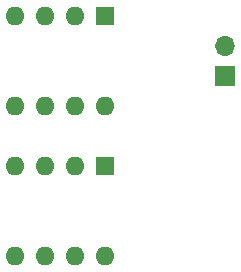
<source format=gbr>
%TF.GenerationSoftware,KiCad,Pcbnew,7.0.9*%
%TF.CreationDate,2023-12-12T23:50:20-05:00*%
%TF.ProjectId,attiny85,61747469-6e79-4383-952e-6b696361645f,rev?*%
%TF.SameCoordinates,Original*%
%TF.FileFunction,Soldermask,Top*%
%TF.FilePolarity,Negative*%
%FSLAX46Y46*%
G04 Gerber Fmt 4.6, Leading zero omitted, Abs format (unit mm)*
G04 Created by KiCad (PCBNEW 7.0.9) date 2023-12-12 23:50:20*
%MOMM*%
%LPD*%
G01*
G04 APERTURE LIST*
%ADD10R,1.600000X1.600000*%
%ADD11O,1.600000X1.600000*%
%ADD12R,1.700000X1.700000*%
%ADD13O,1.700000X1.700000*%
G04 APERTURE END LIST*
D10*
%TO.C,U2*%
X153525000Y-92710000D03*
D11*
X150985000Y-92710000D03*
X148445000Y-92710000D03*
X145905000Y-92710000D03*
X145905000Y-100330000D03*
X148445000Y-100330000D03*
X150985000Y-100330000D03*
X153525000Y-100330000D03*
%TD*%
D10*
%TO.C,U1*%
X153525000Y-80010000D03*
D11*
X150985000Y-80010000D03*
X148445000Y-80010000D03*
X145905000Y-80010000D03*
X145905000Y-87630000D03*
X148445000Y-87630000D03*
X150985000Y-87630000D03*
X153525000Y-87630000D03*
%TD*%
D12*
%TO.C,J1*%
X163685000Y-85090000D03*
D13*
X163685000Y-82550000D03*
%TD*%
M02*

</source>
